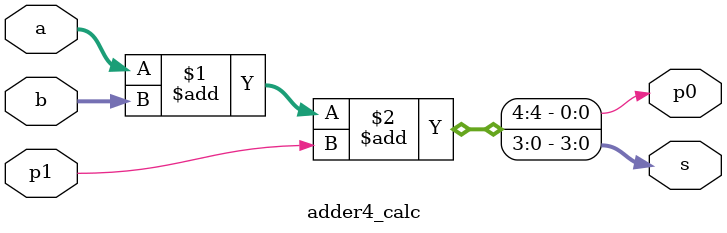
<source format=v>
`timescale 1ns / 1ps

module adder4_calc(
    //inputs
    input [3:0] a,
    input [3:0] b,
    input p1,
    //outputs
    output [3:0] s,
    output p0
    );
    
    assign {p0, s} = a + b + p1;

  
endmodule
</source>
